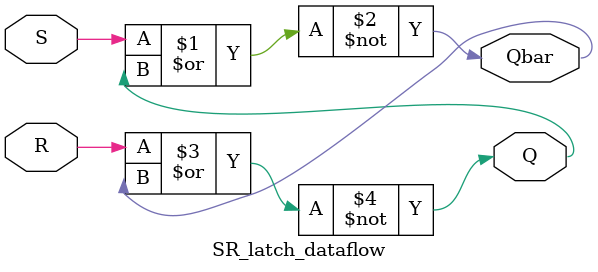
<source format=v>
`timescale 1ns / 1ps


module SR_latch_dataflow(
	input R, 
	input S, 
	output Q, 
	output Qbar
	);
//	assign #2 Q_i = Q;
//	assign #2 Qbar_i = Qbar;
	assign #2 Qbar = ~ (S | Q);
	assign #2 Q = ~ (R | Qbar);
endmodule
</source>
